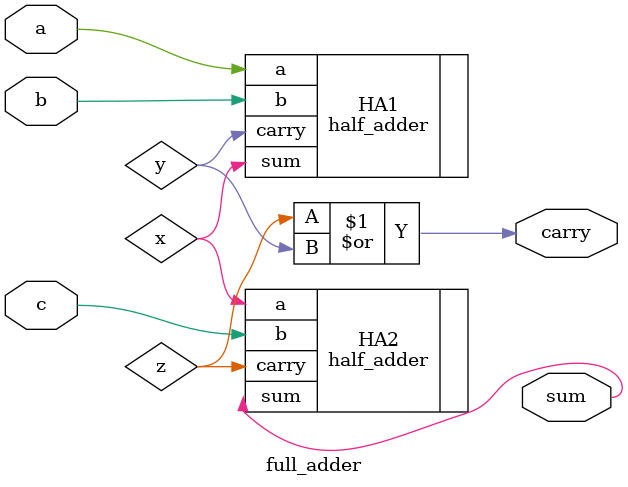
<source format=v>
/********************************************************************************************

Copyright 2018-2019 - Maven Silicon Softech Pvt Ltd. All Rights Reserved.

This source code is an unpublished work belongs to Maven Silicon Softech Pvt Ltd.
It is considered a trade secret and is not to be divulged or used by parties who 
have not received written authorization from Maven Silicon Softech Pvt Ltd.

Maven Silicon Softech Pvt Ltd
Bangalore - 560076

Webpage: www.maven-silicon.com

Filename:	full_adder.v   

Description:	One bit Full adder design 

Date:		01/05/2018

Author:		Maven Silicon

Email:		online@maven-silicon.com
			 

Version:	1.0

*********************************************************************************************/

module full_adder(a,
                  b,
                  c,
                  sum,
                  carry);

  // Step 1. Write down the directions for the ports	     
input a, b, c;
output sum, carry;

  // Step 2. Declare the internal wires    
wire x,y,z;

  // Step 3. Instantiate two Half-Adders
half_adder HA1 (.a(a), .b(b), .sum(x), .carry(y));
half_adder HA2 (.a(x), .b(c), .sum(sum), .carry(z));

  // Step 4. Instantiate the OR gate
or or1 (carry, z, y);

endmodule
</source>
